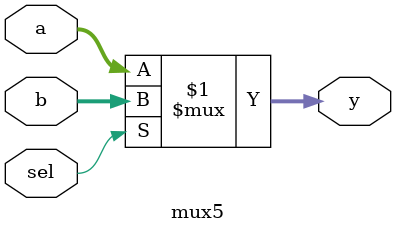
<source format=v>
module mux5(sel, a, b, y );
    input sel;
    input  [4:0] a, b;
    output [4:0] y;
    assign y = sel ? b : a;
endmodule

</source>
